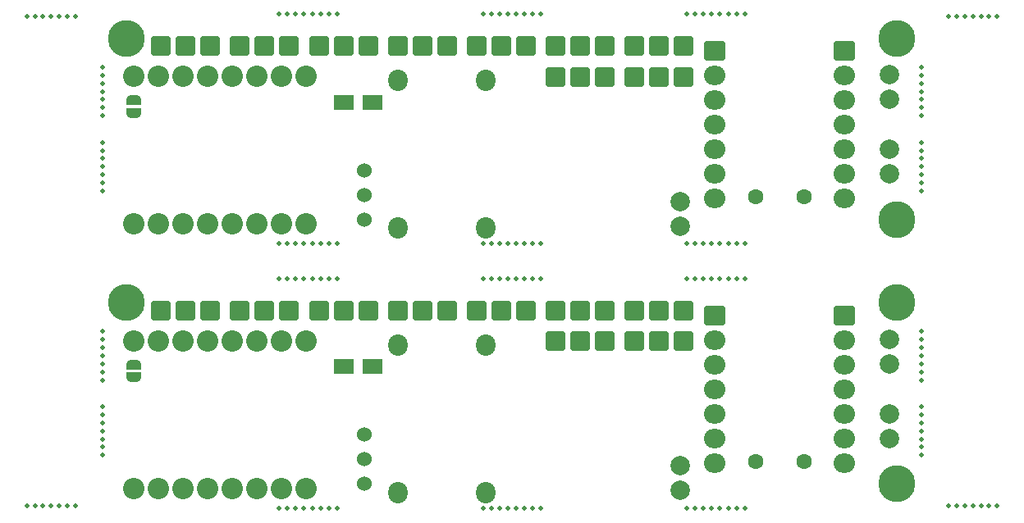
<source format=gbr>
%TF.GenerationSoftware,KiCad,Pcbnew,8.0.4*%
%TF.CreationDate,2024-09-16T11:13:23-03:00*%
%TF.ProjectId,Mini-C3-panelized,4d696e69-2d43-4332-9d70-616e656c697a,rev?*%
%TF.SameCoordinates,Original*%
%TF.FileFunction,Soldermask,Bot*%
%TF.FilePolarity,Negative*%
%FSLAX46Y46*%
G04 Gerber Fmt 4.6, Leading zero omitted, Abs format (unit mm)*
G04 Created by KiCad (PCBNEW 8.0.4) date 2024-09-16 11:13:23*
%MOMM*%
%LPD*%
G01*
G04 APERTURE LIST*
G04 Aperture macros list*
%AMRoundRect*
0 Rectangle with rounded corners*
0 $1 Rounding radius*
0 $2 $3 $4 $5 $6 $7 $8 $9 X,Y pos of 4 corners*
0 Add a 4 corners polygon primitive as box body*
4,1,4,$2,$3,$4,$5,$6,$7,$8,$9,$2,$3,0*
0 Add four circle primitives for the rounded corners*
1,1,$1+$1,$2,$3*
1,1,$1+$1,$4,$5*
1,1,$1+$1,$6,$7*
1,1,$1+$1,$8,$9*
0 Add four rect primitives between the rounded corners*
20,1,$1+$1,$2,$3,$4,$5,0*
20,1,$1+$1,$4,$5,$6,$7,0*
20,1,$1+$1,$6,$7,$8,$9,0*
20,1,$1+$1,$8,$9,$2,$3,0*%
%AMFreePoly0*
4,1,6,1.000000,0.000000,0.500000,-0.750000,-0.500000,-0.750000,-0.500000,0.750000,0.500000,0.750000,1.000000,0.000000,1.000000,0.000000,$1*%
%AMFreePoly1*
4,1,19,0.500000,-0.750000,0.000000,-0.750000,0.000000,-0.744911,-0.071157,-0.744911,-0.207708,-0.704816,-0.327430,-0.627875,-0.420627,-0.520320,-0.479746,-0.390866,-0.500000,-0.250000,-0.500000,0.250000,-0.479746,0.390866,-0.420627,0.520320,-0.327430,0.627875,-0.207708,0.704816,-0.071157,0.744911,0.000000,0.744911,0.000000,0.750000,0.500000,0.750000,0.500000,-0.750000,0.500000,-0.750000,
$1*%
%AMFreePoly2*
4,1,19,0.000000,0.744911,0.071157,0.744911,0.207708,0.704816,0.327430,0.627875,0.420627,0.520320,0.479746,0.390866,0.500000,0.250000,0.500000,-0.250000,0.479746,-0.390866,0.420627,-0.520320,0.327430,-0.627875,0.207708,-0.704816,0.071157,-0.744911,0.000000,-0.744911,0.000000,-0.750000,-0.500000,-0.750000,-0.500000,0.750000,0.000000,0.750000,0.000000,0.744911,0.000000,0.744911,
$1*%
G04 Aperture macros list end*
%ADD10C,0.500000*%
%ADD11RoundRect,0.250000X0.750000X0.750000X-0.750000X0.750000X-0.750000X-0.750000X0.750000X-0.750000X0*%
%ADD12C,1.524000*%
%ADD13C,2.000000*%
%ADD14C,3.800000*%
%ADD15O,2.000000X2.200000*%
%ADD16RoundRect,0.250000X-0.850000X-0.750000X0.850000X-0.750000X0.850000X0.750000X-0.850000X0.750000X0*%
%ADD17O,2.200000X2.000000*%
%ADD18C,1.600000*%
%ADD19C,2.204000*%
%ADD20R,1.500000X1.500000*%
%ADD21FreePoly0,0.000000*%
%ADD22FreePoly0,180.000000*%
%ADD23FreePoly1,270.000000*%
%ADD24FreePoly2,270.000000*%
G04 APERTURE END LIST*
D10*
%TO.C,KiKit_MB_12_2*%
X106237500Y-73500000D03*
%TD*%
%TO.C,KiKit_MB_4_3*%
X190762500Y-43700000D03*
%TD*%
%TO.C,KiKit_MB_22_4*%
X100937500Y-79600000D03*
%TD*%
%TO.C,KiKit_MB_24_7*%
X198562500Y-79600000D03*
%TD*%
%TO.C,KiKit_MB_24_4*%
X196062500Y-79600000D03*
%TD*%
%TO.C,KiKit_MB_16_2*%
X146357143Y-56100000D03*
%TD*%
%TO.C,KiKit_MB_10_1*%
X172531250Y-52500000D03*
%TD*%
D11*
%TO.C,J9*%
X117365835Y-32080000D03*
X114825835Y-32080000D03*
X112285835Y-32080000D03*
%TD*%
D10*
%TO.C,KiKit_MB_7_3*%
X168245535Y-28800000D03*
%TD*%
%TO.C,KiKit_MB_21_4*%
X100937500Y-29000000D03*
%TD*%
%TO.C,KiKit_MB_8_1*%
X130468750Y-52500000D03*
%TD*%
%TO.C,KiKit_MB_9_4*%
X148928571Y-52500000D03*
%TD*%
%TO.C,KiKit_MB_9_2*%
X150642857Y-52500000D03*
%TD*%
%TO.C,KiKit_MB_4_1*%
X190762500Y-42033333D03*
%TD*%
D11*
%TO.C,J3*%
X158082500Y-62567500D03*
X155542500Y-62567500D03*
X153002500Y-62567500D03*
%TD*%
D12*
%TO.C,SW1*%
X133282500Y-77290000D03*
X133282500Y-74750000D03*
X133282500Y-72210000D03*
%TD*%
D13*
%TO.C,J1*%
X165857500Y-75410000D03*
X165857500Y-77950000D03*
%TD*%
D10*
%TO.C,KiKit_MB_9_7*%
X146357143Y-52500000D03*
%TD*%
%TO.C,KiKit_MB_7_4*%
X169102678Y-28800000D03*
%TD*%
%TO.C,KiKit_MB_17_6*%
X170816964Y-56100000D03*
%TD*%
%TO.C,KiKit_MB_3_2*%
X190762500Y-35100000D03*
%TD*%
%TO.C,KiKit_MB_16_8*%
X151500000Y-56100000D03*
%TD*%
%TO.C,KiKit_MB_2_5*%
X106237500Y-43700000D03*
%TD*%
%TO.C,KiKit_MB_9_8*%
X145500000Y-52500000D03*
%TD*%
%TO.C,KiKit_MB_10_2*%
X171674107Y-52500000D03*
%TD*%
%TO.C,KiKit_MB_17_3*%
X168245535Y-56100000D03*
%TD*%
%TO.C,KiKit_MB_17_1*%
X166531250Y-56100000D03*
%TD*%
%TO.C,KiKit_MB_14_3*%
X190762500Y-71000000D03*
%TD*%
D11*
%TO.C,J7*%
X133652501Y-59380000D03*
X131112501Y-59380000D03*
X128572501Y-59380000D03*
%TD*%
D10*
%TO.C,KiKit_MB_14_1*%
X190762500Y-69333333D03*
%TD*%
%TO.C,KiKit_MB_13_7*%
X190762500Y-66566666D03*
%TD*%
D14*
%TO.C,H3*%
X108732500Y-58580000D03*
%TD*%
D10*
%TO.C,KiKit_MB_6_7*%
X150642857Y-28800000D03*
%TD*%
%TO.C,KiKit_MB_24_2*%
X194395833Y-79600000D03*
%TD*%
%TO.C,KiKit_MB_22_3*%
X100104167Y-79600000D03*
%TD*%
%TO.C,KiKit_MB_15_4*%
X127040179Y-56100000D03*
%TD*%
%TO.C,KiKit_MB_24_3*%
X195229166Y-79600000D03*
%TD*%
%TO.C,KiKit_MB_1_7*%
X106237500Y-34266667D03*
%TD*%
D15*
%TO.C,U3*%
X136692500Y-50880000D03*
X145832500Y-50880000D03*
X145832500Y-35640000D03*
X136692500Y-35640000D03*
%TD*%
D10*
%TO.C,KiKit_MB_15_2*%
X125325893Y-56100000D03*
%TD*%
%TO.C,KiKit_MB_16_3*%
X147214286Y-56100000D03*
%TD*%
%TO.C,KiKit_MB_6_5*%
X148928571Y-28800000D03*
%TD*%
%TO.C,KiKit_MB_18_8*%
X124468750Y-79800000D03*
%TD*%
%TO.C,KiKit_MB_19_7*%
X146357143Y-79800000D03*
%TD*%
D14*
%TO.C,H1*%
X188232500Y-31280000D03*
%TD*%
D10*
%TO.C,KiKit_MB_6_2*%
X146357143Y-28800000D03*
%TD*%
%TO.C,KiKit_MB_1_5*%
X106237500Y-35933334D03*
%TD*%
%TO.C,KiKit_MB_23_2*%
X194395833Y-29000000D03*
%TD*%
%TO.C,KiKit_MB_1_2*%
X106237500Y-38433334D03*
%TD*%
%TO.C,KiKit_MB_4_4*%
X190762500Y-44533333D03*
%TD*%
%TO.C,KiKit_MB_11_3*%
X106237500Y-64900000D03*
%TD*%
%TO.C,KiKit_MB_16_1*%
X145500000Y-56100000D03*
%TD*%
%TO.C,KiKit_MB_5_4*%
X127040179Y-28800000D03*
%TD*%
%TO.C,KiKit_MB_17_4*%
X169102678Y-56100000D03*
%TD*%
%TO.C,KiKit_MB_13_6*%
X190762500Y-65733333D03*
%TD*%
D11*
%TO.C,J11*%
X166225835Y-62567500D03*
X163685835Y-62567500D03*
X161145835Y-62567500D03*
%TD*%
D10*
%TO.C,KiKit_MB_1_4*%
X106237500Y-36766667D03*
%TD*%
%TO.C,KiKit_MB_17_5*%
X169959821Y-56100000D03*
%TD*%
%TO.C,KiKit_MB_11_7*%
X106237500Y-61566666D03*
%TD*%
D16*
%TO.C,U1*%
X169382500Y-59890000D03*
D17*
X169382500Y-75130000D03*
D16*
X182782500Y-59890000D03*
D17*
X169382500Y-62430000D03*
X169382500Y-64970000D03*
X169382500Y-67510000D03*
X169382500Y-70050000D03*
X169382500Y-72590000D03*
X182782500Y-62430000D03*
X182782500Y-64970000D03*
X182782500Y-67510000D03*
X182782500Y-75130000D03*
X182782500Y-70050000D03*
X182782500Y-72590000D03*
%TD*%
D10*
%TO.C,KiKit_MB_20_8*%
X166531250Y-79800000D03*
%TD*%
%TO.C,KiKit_MB_20_4*%
X169959821Y-79800000D03*
%TD*%
%TO.C,KiKit_MB_7_7*%
X171674107Y-28800000D03*
%TD*%
%TO.C,KiKit_MB_11_2*%
X106237500Y-65733333D03*
%TD*%
%TO.C,KiKit_MB_20_6*%
X168245535Y-79800000D03*
%TD*%
D11*
%TO.C,J7*%
X133652501Y-32080000D03*
X131112501Y-32080000D03*
X128572501Y-32080000D03*
%TD*%
D10*
%TO.C,KiKit_MB_9_1*%
X151500000Y-52500000D03*
%TD*%
D11*
%TO.C,J2*%
X158082500Y-59380000D03*
X155542500Y-59380000D03*
X153002500Y-59380000D03*
%TD*%
D10*
%TO.C,KiKit_MB_19_3*%
X149785714Y-79800000D03*
%TD*%
D13*
%TO.C,J4*%
X187482500Y-42765000D03*
X187482500Y-45305000D03*
%TD*%
D10*
%TO.C,KiKit_MB_9_6*%
X147214286Y-52500000D03*
%TD*%
%TO.C,KiKit_MB_12_6*%
X106237500Y-70166666D03*
%TD*%
D13*
%TO.C,J5*%
X187482500Y-35065000D03*
X187482500Y-37605000D03*
%TD*%
D11*
%TO.C,J6*%
X141795834Y-59380000D03*
X139255834Y-59380000D03*
X136715834Y-59380000D03*
%TD*%
D10*
%TO.C,KiKit_MB_1_3*%
X106237500Y-37600000D03*
%TD*%
%TO.C,KiKit_MB_19_1*%
X151500000Y-79800000D03*
%TD*%
%TO.C,KiKit_MB_21_5*%
X101770834Y-29000000D03*
%TD*%
%TO.C,KiKit_MB_5_5*%
X127897322Y-28800000D03*
%TD*%
%TO.C,KiKit_MB_5_6*%
X128754465Y-28800000D03*
%TD*%
%TO.C,KiKit_MB_6_6*%
X149785714Y-28800000D03*
%TD*%
%TO.C,KiKit_MB_23_1*%
X193562500Y-29000000D03*
%TD*%
%TO.C,KiKit_MB_11_4*%
X106237500Y-64066666D03*
%TD*%
D11*
%TO.C,J12*%
X166225835Y-32080000D03*
X163685835Y-32080000D03*
X161145835Y-32080000D03*
%TD*%
D10*
%TO.C,KiKit_MB_13_3*%
X190762500Y-63233333D03*
%TD*%
%TO.C,KiKit_MB_24_5*%
X196895833Y-79600000D03*
%TD*%
%TO.C,KiKit_MB_13_2*%
X190762500Y-62400000D03*
%TD*%
%TO.C,KiKit_MB_3_3*%
X190762500Y-35933334D03*
%TD*%
%TO.C,KiKit_MB_3_1*%
X190762500Y-34266667D03*
%TD*%
%TO.C,KiKit_MB_6_1*%
X145500000Y-28800000D03*
%TD*%
%TO.C,KiKit_MB_24_1*%
X193562500Y-79600000D03*
%TD*%
D15*
%TO.C,U3*%
X136692500Y-78180000D03*
X145832500Y-78180000D03*
X145832500Y-62940000D03*
X136692500Y-62940000D03*
%TD*%
D10*
%TO.C,KiKit_MB_4_6*%
X190762500Y-46200000D03*
%TD*%
%TO.C,KiKit_MB_2_1*%
X106237500Y-47033333D03*
%TD*%
%TO.C,KiKit_MB_22_7*%
X103437500Y-79600000D03*
%TD*%
%TO.C,KiKit_MB_3_6*%
X190762500Y-38433334D03*
%TD*%
D18*
%TO.C,C1*%
X178632500Y-74980000D03*
X173632500Y-74980000D03*
%TD*%
D19*
%TO.C,U2*%
X127242500Y-62530000D03*
X124702500Y-62530000D03*
X122162500Y-62530000D03*
X119622500Y-62530000D03*
X114542500Y-62530000D03*
X117082500Y-62530000D03*
X109462500Y-77770000D03*
X109462500Y-62530000D03*
X112002500Y-77770000D03*
X114542500Y-77770000D03*
X117082500Y-77770000D03*
X119622500Y-77770000D03*
X122162500Y-77770000D03*
X124702500Y-77770000D03*
X127242500Y-77770000D03*
X112002500Y-62530000D03*
%TD*%
D14*
%TO.C,H2*%
X188232500Y-77280000D03*
%TD*%
D10*
%TO.C,KiKit_MB_10_4*%
X169959821Y-52500000D03*
%TD*%
D18*
%TO.C,C1*%
X178632500Y-47680000D03*
X173632500Y-47680000D03*
%TD*%
D10*
%TO.C,KiKit_MB_18_3*%
X128754465Y-79800000D03*
%TD*%
%TO.C,KiKit_MB_9_3*%
X149785714Y-52500000D03*
%TD*%
%TO.C,KiKit_MB_1_6*%
X106237500Y-35100000D03*
%TD*%
%TO.C,KiKit_MB_18_7*%
X125325893Y-79800000D03*
%TD*%
%TO.C,KiKit_MB_22_6*%
X102604167Y-79600000D03*
%TD*%
%TO.C,KiKit_MB_10_6*%
X168245535Y-52500000D03*
%TD*%
%TO.C,KiKit_MB_10_3*%
X170816964Y-52500000D03*
%TD*%
%TO.C,KiKit_MB_18_1*%
X130468750Y-79800000D03*
%TD*%
%TO.C,KiKit_MB_15_1*%
X124468750Y-56100000D03*
%TD*%
%TO.C,KiKit_MB_19_2*%
X150642857Y-79800000D03*
%TD*%
%TO.C,KiKit_MB_8_8*%
X124468750Y-52500000D03*
%TD*%
%TO.C,KiKit_MB_11_6*%
X106237500Y-62400000D03*
%TD*%
%TO.C,KiKit_MB_9_5*%
X148071429Y-52500000D03*
%TD*%
%TO.C,KiKit_MB_14_5*%
X190762500Y-72666666D03*
%TD*%
D14*
%TO.C,H3*%
X108732500Y-31280000D03*
%TD*%
D10*
%TO.C,KiKit_MB_20_1*%
X172531250Y-79800000D03*
%TD*%
%TO.C,KiKit_MB_18_6*%
X126183036Y-79800000D03*
%TD*%
%TO.C,KiKit_MB_18_5*%
X127040179Y-79800000D03*
%TD*%
%TO.C,KiKit_MB_8_3*%
X128754465Y-52500000D03*
%TD*%
%TO.C,KiKit_MB_19_6*%
X147214286Y-79800000D03*
%TD*%
%TO.C,KiKit_MB_15_6*%
X128754465Y-56100000D03*
%TD*%
%TO.C,KiKit_MB_14_2*%
X190762500Y-70166666D03*
%TD*%
%TO.C,KiKit_MB_23_6*%
X197729166Y-29000000D03*
%TD*%
%TO.C,KiKit_MB_16_6*%
X149785714Y-56100000D03*
%TD*%
%TO.C,KiKit_MB_17_2*%
X167388392Y-56100000D03*
%TD*%
%TO.C,KiKit_MB_23_3*%
X195229166Y-29000000D03*
%TD*%
%TO.C,KiKit_MB_19_5*%
X148071429Y-79800000D03*
%TD*%
%TO.C,KiKit_MB_11_5*%
X106237500Y-63233333D03*
%TD*%
%TO.C,KiKit_MB_16_7*%
X150642857Y-56100000D03*
%TD*%
%TO.C,KiKit_MB_7_6*%
X170816964Y-28800000D03*
%TD*%
%TO.C,KiKit_MB_18_2*%
X129611608Y-79800000D03*
%TD*%
%TO.C,KiKit_MB_19_4*%
X148928571Y-79800000D03*
%TD*%
%TO.C,KiKit_MB_11_1*%
X106237500Y-66566666D03*
%TD*%
D12*
%TO.C,SW1*%
X133282500Y-49990000D03*
X133282500Y-47450000D03*
X133282500Y-44910000D03*
%TD*%
D10*
%TO.C,KiKit_MB_3_5*%
X190762500Y-37600001D03*
%TD*%
%TO.C,KiKit_MB_15_5*%
X127897322Y-56100000D03*
%TD*%
%TO.C,KiKit_MB_12_1*%
X106237500Y-74333333D03*
%TD*%
%TO.C,KiKit_MB_23_7*%
X198562500Y-29000000D03*
%TD*%
%TO.C,KiKit_MB_18_4*%
X127897322Y-79800000D03*
%TD*%
%TO.C,KiKit_MB_4_2*%
X190762500Y-42866666D03*
%TD*%
%TO.C,KiKit_MB_4_5*%
X190762500Y-45366666D03*
%TD*%
%TO.C,KiKit_MB_24_6*%
X197729166Y-79600000D03*
%TD*%
%TO.C,KiKit_MB_19_8*%
X145500000Y-79800000D03*
%TD*%
%TO.C,KiKit_MB_20_2*%
X171674107Y-79800000D03*
%TD*%
%TO.C,KiKit_MB_2_6*%
X106237500Y-42866666D03*
%TD*%
%TO.C,KiKit_MB_21_1*%
X98437500Y-29000000D03*
%TD*%
%TO.C,KiKit_MB_2_4*%
X106237500Y-44533333D03*
%TD*%
%TO.C,KiKit_MB_5_3*%
X126183036Y-28800000D03*
%TD*%
%TO.C,KiKit_MB_13_4*%
X190762500Y-64066666D03*
%TD*%
%TO.C,KiKit_MB_22_2*%
X99270834Y-79600000D03*
%TD*%
%TO.C,KiKit_MB_8_7*%
X125325893Y-52500000D03*
%TD*%
%TO.C,KiKit_MB_12_3*%
X106237500Y-72666666D03*
%TD*%
%TO.C,KiKit_MB_3_4*%
X190762500Y-36766667D03*
%TD*%
%TO.C,KiKit_MB_7_5*%
X169959821Y-28800000D03*
%TD*%
%TO.C,KiKit_MB_12_5*%
X106237500Y-71000000D03*
%TD*%
%TO.C,KiKit_MB_21_7*%
X103437500Y-29000000D03*
%TD*%
%TO.C,KiKit_MB_10_7*%
X167388392Y-52500000D03*
%TD*%
%TO.C,KiKit_MB_8_4*%
X127897322Y-52500000D03*
%TD*%
D11*
%TO.C,J8*%
X125509168Y-59380000D03*
X122969168Y-59380000D03*
X120429168Y-59380000D03*
%TD*%
D10*
%TO.C,KiKit_MB_5_2*%
X125325893Y-28800000D03*
%TD*%
%TO.C,KiKit_MB_8_6*%
X126183036Y-52500000D03*
%TD*%
%TO.C,KiKit_MB_12_4*%
X106237500Y-71833333D03*
%TD*%
%TO.C,KiKit_MB_16_4*%
X148071429Y-56100000D03*
%TD*%
D19*
%TO.C,U2*%
X127242500Y-35230000D03*
X124702500Y-35230000D03*
X122162500Y-35230000D03*
X119622500Y-35230000D03*
X114542500Y-35230000D03*
X117082500Y-35230000D03*
X109462500Y-50470000D03*
X109462500Y-35230000D03*
X112002500Y-50470000D03*
X114542500Y-50470000D03*
X117082500Y-50470000D03*
X119622500Y-50470000D03*
X122162500Y-50470000D03*
X124702500Y-50470000D03*
X127242500Y-50470000D03*
X112002500Y-35230000D03*
%TD*%
D10*
%TO.C,KiKit_MB_13_1*%
X190762500Y-61566666D03*
%TD*%
%TO.C,KiKit_MB_14_6*%
X190762500Y-73500000D03*
%TD*%
%TO.C,KiKit_MB_7_8*%
X172531250Y-28800000D03*
%TD*%
%TO.C,KiKit_MB_14_7*%
X190762500Y-74333333D03*
%TD*%
%TO.C,KiKit_MB_23_5*%
X196895833Y-29000000D03*
%TD*%
%TO.C,KiKit_MB_15_8*%
X130468750Y-56100000D03*
%TD*%
D11*
%TO.C,J10*%
X149939167Y-59380000D03*
X147399167Y-59380000D03*
X144859167Y-59380000D03*
%TD*%
D10*
%TO.C,KiKit_MB_2_7*%
X106237500Y-42033333D03*
%TD*%
D14*
%TO.C,H2*%
X188232500Y-49980000D03*
%TD*%
D10*
%TO.C,KiKit_MB_7_1*%
X166531250Y-28800000D03*
%TD*%
D14*
%TO.C,H1*%
X188232500Y-58580000D03*
%TD*%
D11*
%TO.C,J2*%
X158082500Y-32080000D03*
X155542500Y-32080000D03*
X153002500Y-32080000D03*
%TD*%
D10*
%TO.C,KiKit_MB_17_7*%
X171674107Y-56100000D03*
%TD*%
%TO.C,KiKit_MB_5_8*%
X130468750Y-28800000D03*
%TD*%
%TO.C,KiKit_MB_2_2*%
X106237500Y-46200000D03*
%TD*%
%TO.C,KiKit_MB_23_4*%
X196062500Y-29000000D03*
%TD*%
%TO.C,KiKit_MB_13_5*%
X190762500Y-64900000D03*
%TD*%
%TO.C,KiKit_MB_4_7*%
X190762500Y-47033333D03*
%TD*%
D13*
%TO.C,J4*%
X187482500Y-70065000D03*
X187482500Y-72605000D03*
%TD*%
D10*
%TO.C,KiKit_MB_21_6*%
X102604167Y-29000000D03*
%TD*%
%TO.C,KiKit_MB_1_1*%
X106237500Y-39266667D03*
%TD*%
%TO.C,KiKit_MB_16_5*%
X148928571Y-56100000D03*
%TD*%
%TO.C,KiKit_MB_15_7*%
X129611608Y-56100000D03*
%TD*%
D11*
%TO.C,J6*%
X141795834Y-32080000D03*
X139255834Y-32080000D03*
X136715834Y-32080000D03*
%TD*%
D10*
%TO.C,KiKit_MB_10_5*%
X169102678Y-52500000D03*
%TD*%
%TO.C,KiKit_MB_6_3*%
X147214286Y-28800000D03*
%TD*%
%TO.C,KiKit_MB_21_3*%
X100104167Y-29000000D03*
%TD*%
D13*
%TO.C,J1*%
X165857500Y-48110000D03*
X165857500Y-50650000D03*
%TD*%
D10*
%TO.C,KiKit_MB_14_4*%
X190762500Y-71833333D03*
%TD*%
%TO.C,KiKit_MB_6_8*%
X151500000Y-28800000D03*
%TD*%
%TO.C,KiKit_MB_5_1*%
X124468750Y-28800000D03*
%TD*%
%TO.C,KiKit_MB_6_4*%
X148071429Y-28800000D03*
%TD*%
%TO.C,KiKit_MB_15_3*%
X126183036Y-56100000D03*
%TD*%
%TO.C,KiKit_MB_17_8*%
X172531250Y-56100000D03*
%TD*%
D11*
%TO.C,J8*%
X125509168Y-32080000D03*
X122969168Y-32080000D03*
X120429168Y-32080000D03*
%TD*%
%TO.C,J3*%
X158082500Y-35267500D03*
X155542500Y-35267500D03*
X153002500Y-35267500D03*
%TD*%
%TO.C,J11*%
X166225835Y-35267500D03*
X163685835Y-35267500D03*
X161145835Y-35267500D03*
%TD*%
D16*
%TO.C,U1*%
X169382500Y-32590000D03*
D17*
X169382500Y-47830000D03*
D16*
X182782500Y-32590000D03*
D17*
X169382500Y-35130000D03*
X169382500Y-37670000D03*
X169382500Y-40210000D03*
X169382500Y-42750000D03*
X169382500Y-45290000D03*
X182782500Y-35130000D03*
X182782500Y-37670000D03*
X182782500Y-40210000D03*
X182782500Y-47830000D03*
X182782500Y-42750000D03*
X182782500Y-45290000D03*
%TD*%
D10*
%TO.C,KiKit_MB_22_5*%
X101770834Y-79600000D03*
%TD*%
D13*
%TO.C,J5*%
X187482500Y-62365000D03*
X187482500Y-64905000D03*
%TD*%
D11*
%TO.C,J12*%
X166225835Y-59380000D03*
X163685835Y-59380000D03*
X161145835Y-59380000D03*
%TD*%
D10*
%TO.C,KiKit_MB_7_2*%
X167388392Y-28800000D03*
%TD*%
%TO.C,KiKit_MB_8_2*%
X129611608Y-52500000D03*
%TD*%
%TO.C,KiKit_MB_20_3*%
X170816964Y-79800000D03*
%TD*%
%TO.C,KiKit_MB_8_5*%
X127040179Y-52500000D03*
%TD*%
%TO.C,KiKit_MB_10_8*%
X166531250Y-52500000D03*
%TD*%
%TO.C,KiKit_MB_5_7*%
X129611608Y-28800000D03*
%TD*%
%TO.C,KiKit_MB_20_7*%
X167388392Y-79800000D03*
%TD*%
%TO.C,KiKit_MB_2_3*%
X106237500Y-45366666D03*
%TD*%
%TO.C,KiKit_MB_21_2*%
X99270834Y-29000000D03*
%TD*%
D11*
%TO.C,J10*%
X149939167Y-32080000D03*
X147399167Y-32080000D03*
X144859167Y-32080000D03*
%TD*%
D10*
%TO.C,KiKit_MB_20_5*%
X169102678Y-79800000D03*
%TD*%
%TO.C,KiKit_MB_3_7*%
X190762500Y-39266667D03*
%TD*%
D11*
%TO.C,J9*%
X117365835Y-59380000D03*
X114825835Y-59380000D03*
X112285835Y-59380000D03*
%TD*%
D10*
%TO.C,KiKit_MB_12_7*%
X106237500Y-69333333D03*
%TD*%
%TO.C,KiKit_MB_22_1*%
X98437500Y-79600000D03*
%TD*%
D20*
%TO.C,JP1*%
X131432500Y-37880000D03*
X133832500Y-37880000D03*
D21*
X130632500Y-37880000D03*
D22*
X134632500Y-37880000D03*
%TD*%
D20*
%TO.C,JP1*%
X131432500Y-65180000D03*
X133832500Y-65180000D03*
D21*
X130632500Y-65180000D03*
D22*
X134632500Y-65180000D03*
%TD*%
D23*
%TO.C,JP7*%
X109432500Y-37680000D03*
D24*
X109432500Y-38980000D03*
%TD*%
D23*
%TO.C,JP7*%
X109432500Y-64980000D03*
D24*
X109432500Y-66280000D03*
%TD*%
M02*

</source>
